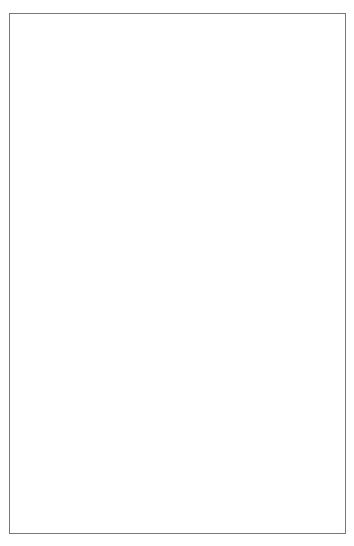
<source format=gbr>
G04 #@! TF.GenerationSoftware,KiCad,Pcbnew,(5.99.0-10539-g7356f9568d)*
G04 #@! TF.CreationDate,2021-06-02T15:47:54+01:00*
G04 #@! TF.ProjectId,CM4IOv5,434d3449-4f76-4352-9e6b-696361645f70,rev?*
G04 #@! TF.SameCoordinates,Original*
G04 #@! TF.FileFunction,Profile,NP*
%FSLAX46Y46*%
G04 Gerber Fmt 4.6, Leading zero omitted, Abs format (unit mm)*
G04 Created by KiCad (PCBNEW (5.99.0-10539-g7356f9568d)) date 2021-06-02 15:47:54*
%MOMM*%
%LPD*%
G01*
G04 APERTURE LIST*
G04 #@! TA.AperFunction,Profile*
%ADD10C,0.050000*%
G04 #@! TD*
G04 APERTURE END LIST*
D10*
X98200000Y-87400000D02*
X126700000Y-87400000D01*
X126700000Y-131400000D02*
X98200000Y-131400000D01*
X126700000Y-87400000D02*
X126700000Y-131400000D01*
X98200000Y-87400000D02*
X98200000Y-131400000D01*
M02*

</source>
